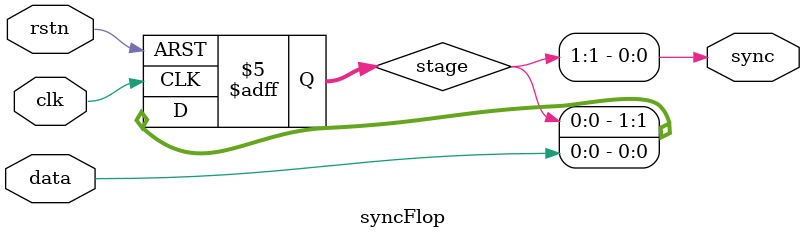
<source format=v>
/* synchronizer flops
Copyright: Hectic Tech, 2012, all rights reserved
Author: Jeff Heckey (jheckey@gmail.com)

Module: syncFlop

Purpose: 
    Simple, variable depth synchronizer flop for data

Function:
    Allows for variable depth meta-stability flops to synchronize between 
    clock domains. 
    
    Should NOT be used for parallel data, only serial data or
    error-correctable/encoded controls
*/

module syncFlop (
    input  wire     clk,
    input  wire     rstn,
    input  wire     data,
    output wire     sync
);

parameter FLOPS = 2;
parameter RESET = 1'b0;

reg [FLOPS-1:0] stage;
integer i;

assign sync = stage[FLOPS-1];

always @(posedge clk or negedge rstn) begin
    if (!rstn) begin
        for (i=0; i<FLOPS; i=i+1) begin
            stage[i]   <= RESET;
        end
    end
    else begin
        stage[0]    <= data;

        for (i=1; i<FLOPS; i=i+1) begin
            stage[i]    <= stage[i-1];
        end
    end
end

endmodule


</source>
